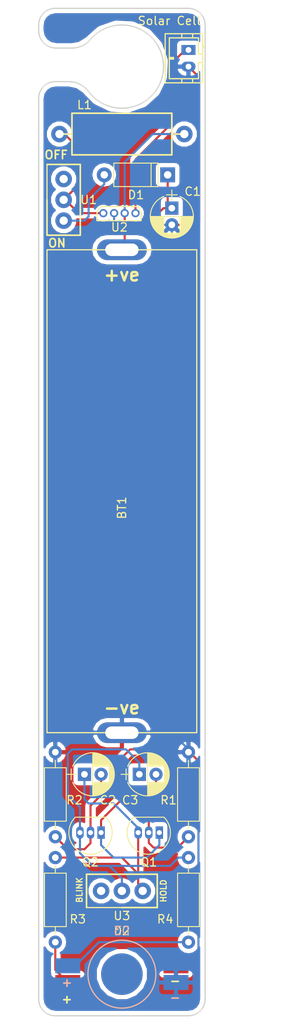
<source format=kicad_pcb>
(kicad_pcb (version 4) (host pcbnew 4.0.6)
  (layers (0 F.Cu signal) (31 B.Cu signal) (34 B.Paste user) (35 F.Paste user) (36 B.SilkS user) (37 F.SilkS user) (38 B.Mask user) (39 F.Mask user) (44 Edge.Cuts user))
  (net 0 "")
  (net 1 "Net-(BT1-Pad1)")
  (net 2 /GND)
  (net 3 /VCC)
  (net 4 "Net-(C2-Pad1)")
  (net 5 "Net-(C2-Pad2)")
  (net 6 "Net-(C3-Pad1)")
  (net 7 "Net-(C3-Pad2)")
  (net 8 "Net-(D1-Pad2)")
  (net 9 "Net-(L1-Pad1)")
  (net 10 "Net-(D2-Pad2)")
  (net 11 "Net-(D3-Pad2)")
  (net 12 "Net-(SC1-Pad1)")
  (module oshw:oshw (layer B.Cu) (at 127 97 180)
    (fp_text reference G*** hide)
    (fp_text value LOGO hide)
  )
  (module AAHolder:BatteryHolder (layer F.Cu) (at 127 93 90)
    (fp_text reference BT1 (at -2 0 90) (layer F.SilkS))
    (fp_text value Battery_Cell)
    (pad 1 thru_hole oval (at 29 0 90) (size 2.5 6) (drill oval 1.5 4) (layers *.Cu *.Mask) (net 1 "Net-(BT1-Pad1)"))
    (pad 2 thru_hole oval (at -29 0 90) (size 2.5 6) (drill oval 1.5 4) (layers *.Cu *.Mask) (net 2 /GND))
  )
  (module Capacitors_THT:CP_Radial_D5.0mm_P2.00mm (layer F.Cu) (at 133 59 270)
    (fp_text reference C1 (at -2 -2.5 360) (layer F.SilkS))
    (fp_text value CP)
    (pad 1 thru_hole rect (at 0 0 270) (size 1.6 1.6) (drill 0.8) (layers *.Cu *.Mask) (net 3 /VCC))
    (pad 2 thru_hole circle (at 2 0 270) (size 1.6 1.6) (drill 0.8) (layers *.Cu *.Mask) (net 2 /GND))
  )
  (module Capacitors_THT:CP_Radial_D5.0mm_P2.00mm (layer F.Cu) (at 122.5 127)
    (fp_text reference C2 (at 2.8 3.1) (layer F.SilkS))
    (fp_text value CP)
    (pad 1 thru_hole rect (at 0 0) (size 1.6 1.6) (drill 0.8) (layers *.Cu *.Mask) (net 4 "Net-(C2-Pad1)"))
    (pad 2 thru_hole circle (at 2 0) (size 1.6 1.6) (drill 0.8) (layers *.Cu *.Mask) (net 5 "Net-(C2-Pad2)"))
  )
  (module Capacitors_THT:CP_Radial_D5.0mm_P2.00mm (layer F.Cu) (at 129.1 127)
    (fp_text reference C3 (at -1.1 3.1) (layer F.SilkS))
    (fp_text value CP)
    (pad 1 thru_hole rect (at 0 0) (size 1.6 1.6) (drill 0.8) (layers *.Cu *.Mask) (net 6 "Net-(C3-Pad1)"))
    (pad 2 thru_hole circle (at 2 0) (size 1.6 1.6) (drill 0.8) (layers *.Cu *.Mask) (net 7 "Net-(C3-Pad2)"))
  )
  (module Diodes_THT:D_A-405_P7.62mm_Horizontal (layer F.Cu) (at 132.5 55 180)
    (fp_text reference D1 (at 3.81 -2.41 180) (layer F.SilkS))
    (fp_text value D)
    (pad 1 thru_hole rect (at 0 0 180) (size 1.8 1.8) (drill 0.9) (layers *.Cu *.Mask) (net 3 /VCC))
    (pad 2 thru_hole oval (at 7.62 0 180) (size 1.8 1.8) (drill 0.9) (layers *.Cu *.Mask) (net 8 "Net-(D1-Pad2)"))
  )
  (module Inductor:Inductor (layer F.Cu) (at 127 50.1)
    (fp_text reference L1 (at -4.5 -3.5) (layer F.SilkS))
    (fp_text value L)
    (pad 2 thru_hole circle (at 7.5 0) (size 2 2) (drill 1) (layers *.Cu *.Mask) (net 1 "Net-(BT1-Pad1)"))
    (pad 1 thru_hole circle (at -7.5 0) (size 2 2) (drill 1) (layers *.Cu *.Mask) (net 9 "Net-(L1-Pad1)"))
  )
  (module TO_SOT_Packages_THT:TO-92_Inline_Narrow_Oval (layer F.Cu) (at 131.5 134 180)
    (fp_text reference Q1 (at 1.27 -3.556 180) (layer F.SilkS))
    (fp_text value Q_PNP_EBC)
    (pad 2 thru_hole oval (at 1.27 0) (size 0.89916 1.50114) (drill 0.6) (layers *.Cu *.Mask) (net 7 "Net-(C3-Pad2)"))
    (pad 3 thru_hole oval (at 2.54 0) (size 0.89916 1.50114) (drill 0.6) (layers *.Cu *.Mask) (net 4 "Net-(C2-Pad1)"))
    (pad 1 thru_hole rect (at 0 0) (size 0.89916 1.50114) (drill 0.6) (layers *.Cu *.Mask) (net 3 /VCC))
  )
  (module TO_SOT_Packages_THT:TO-92_Inline_Narrow_Oval (layer F.Cu) (at 124.5 134 180)
    (fp_text reference Q2 (at 1.27 -3.556 180) (layer F.SilkS))
    (fp_text value Q_PNP_EBC)
    (pad 2 thru_hole oval (at 1.27 0) (size 0.89916 1.50114) (drill 0.6) (layers *.Cu *.Mask) (net 5 "Net-(C2-Pad2)"))
    (pad 3 thru_hole oval (at 2.54 0) (size 0.89916 1.50114) (drill 0.6) (layers *.Cu *.Mask) (net 6 "Net-(C3-Pad1)"))
    (pad 1 thru_hole rect (at 0 0) (size 0.89916 1.50114) (drill 0.6) (layers *.Cu *.Mask) (net 3 /VCC))
  )
  (module Resistors_THT:R_Axial_DIN0207_L6.3mm_D2.5mm_P10.16mm_Horizontal (layer F.Cu) (at 135 134.5 90)
    (fp_text reference R1 (at 4.4 -2.4 180) (layer F.SilkS))
    (fp_text value R)
    (pad 1 thru_hole circle (at 0 0 90) (size 1.6 1.6) (drill 0.8) (layers *.Cu *.Mask) (net 7 "Net-(C3-Pad2)"))
    (pad 2 thru_hole oval (at 10.16 0 90) (size 1.6 1.6) (drill 0.8) (layers *.Cu *.Mask) (net 2 /GND))
  )
  (module Resistors_THT:R_Axial_DIN0207_L6.3mm_D2.5mm_P10.16mm_Horizontal (layer F.Cu) (at 119 134.5 90)
    (fp_text reference R2 (at 4.4 2.3 180) (layer F.SilkS))
    (fp_text value R)
    (pad 1 thru_hole circle (at 0 0 90) (size 1.6 1.6) (drill 0.8) (layers *.Cu *.Mask) (net 5 "Net-(C2-Pad2)"))
    (pad 2 thru_hole oval (at 10.16 0 90) (size 1.6 1.6) (drill 0.8) (layers *.Cu *.Mask) (net 2 /GND))
  )
  (module Switch:Switch (layer F.Cu) (at 120 58 90)
    (fp_text reference U1 (at 0 3 180) (layer F.SilkS))
    (fp_text value switch_on_off)
    (pad 1 thru_hole circle (at -2.5 0 90) (size 2 2) (drill 1) (layers *.Cu *.Mask) (net 8 "Net-(D1-Pad2)"))
    (pad 2 thru_hole circle (at 0 0 90) (size 2 2) (drill 1) (layers *.Cu *.Mask) (net 9 "Net-(L1-Pad1)"))
    (pad 3 thru_hole circle (at 2.5 0 90) (size 2 2) (drill 1) (layers *.Cu *.Mask))
  )
  (module Switch:Switch (layer F.Cu) (at 127 141 180)
    (fp_text reference U3 (at 0 -3 180) (layer F.SilkS))
    (fp_text value switch_on_off)
    (pad 1 thru_hole circle (at -2.5 0 180) (size 2 2) (drill 1) (layers *.Cu *.Mask) (net 4 "Net-(C2-Pad1)"))
    (pad 2 thru_hole circle (at 0 0 180) (size 2 2) (drill 1) (layers *.Cu *.Mask) (net 6 "Net-(C3-Pad1)"))
    (pad 3 thru_hole circle (at 2.5 0 180) (size 2 2) (drill 1) (layers *.Cu *.Mask))
  )
  (module Connectors_JST:JST_PH_B2B-PH-K_02x2.00mm_Straight (layer F.Cu) (at 135 40 270)
    (fp_text reference "Solar Cell" (at -3.5 2.3 360) (layer F.SilkS))
    (fp_text value Solar_Cell)
    (pad 1 thru_hole rect (at 0 0 270) (size 1.2 1.7) (drill 0.7) (layers *.Cu *.Mask) (net 12 "Net-(SC1-Pad1)"))
    (pad 2 thru_hole oval (at 2 0 270) (size 1.2 1.7) (drill 0.7) (layers *.Cu *.Mask) (net 2 /GND))
  )
  (module Resistors_THT:R_Axial_DIN0207_L6.3mm_D2.5mm_P10.16mm_Horizontal (layer F.Cu) (at 119 137 270)
    (fp_text reference R3 (at 7.4 -2.7 360) (layer F.SilkS))
    (fp_text value R)
    (pad 1 thru_hole circle (at 0 0 270) (size 1.6 1.6) (drill 0.8) (layers *.Cu *.Mask) (net 4 "Net-(C2-Pad1)"))
    (pad 2 thru_hole oval (at 10.16 0 270) (size 1.6 1.6) (drill 0.8) (layers *.Cu *.Mask) (net 10 "Net-(D2-Pad2)"))
  )
  (module Resistors_THT:R_Axial_DIN0207_L6.3mm_D2.5mm_P10.16mm_Horizontal (layer F.Cu) (at 135 137 270)
    (fp_text reference R4 (at 7.4 2.8 360) (layer F.SilkS))
    (fp_text value R)
    (pad 1 thru_hole circle (at 0 0 270) (size 1.6 1.6) (drill 0.8) (layers *.Cu *.Mask) (net 6 "Net-(C3-Pad1)"))
    (pad 2 thru_hole oval (at 10.16 0 270) (size 1.6 1.6) (drill 0.8) (layers *.Cu *.Mask) (net 11 "Net-(D3-Pad2)"))
  )
  (module 1W-LED:1W-LED (layer F.Cu) (at 127 151 180)
    (fp_text reference D2 (at 0 5.2 180) (layer F.SilkS))
    (fp_text value LED)
    (pad 1 smd rect (at -6.5 1 180) (size 3 1.8) (layers F.Cu F.Paste F.Mask) (net 2 /GND))
    (pad 2 smd rect (at 6.5 -1 180) (size 3 1.8) (layers F.Cu F.Paste F.Mask) (net 10 "Net-(D2-Pad2)"))
    (pad 3 smd circle (at 0 0 180) (size 5 5) (layers F.Cu F.Paste F.Mask))
  )
  (module 1W-LED:1W-LED (layer B.Cu) (at 127 151 180)
    (fp_text reference D3 (at 0 5.2 180) (layer B.SilkS) (effects (justify mirror)))
    (fp_text value LED)
    (pad 1 smd rect (at -6.5 -1 180) (size 3 1.8) (layers B.Cu B.Paste B.Mask) (net 2 /GND))
    (pad 2 smd rect (at 6.5 1 180) (size 3 1.8) (layers B.Cu B.Paste B.Mask) (net 11 "Net-(D3-Pad2)"))
    (pad 3 smd circle (at 0 0 180) (size 5 5) (layers B.Cu B.Paste B.Mask))
  )
  (module YX8018:YX8018 (layer F.Cu) (at 126.7 59.6 180)
    (fp_text reference U2 (at 0 -1.7 180) (layer F.SilkS))
    (fp_text value qf5252)
    (pad 1 thru_hole circle (at -1.935 0 180) (size 1 1) (drill 0.6) (layers *.Cu *.Mask) (net 12 "Net-(SC1-Pad1)"))
    (pad 2 thru_hole circle (at -0.635 0 180) (size 1 1) (drill 0.6) (layers *.Cu *.Mask) (net 1 "Net-(BT1-Pad1)"))
    (pad 3 thru_hole circle (at 0.635 0 180) (size 1 1) (drill 0.6) (layers *.Cu *.Mask) (net 2 /GND))
    (pad 4 thru_hole circle (at 1.935 0 180) (size 1 1) (drill 0.6) (layers *.Cu *.Mask) (net 9 "Net-(L1-Pad1)"))
  )
  (module hillhacks:hillhacks (layer B.Cu) (at 127 73 180)
    (fp_text reference G*** hide)
    (fp_text value LOGO hide)
  )
  (module sign:sign_MASK (layer B.Cu) (at 125.7 109 180)
    (fp_text reference G*** hide)
    (fp_text value LOGO hide)
  )
  (module jugnu:jugnu_new (layer B.Cu) (at 127 86.4 180)
    (fp_text reference G*** hide)
    (fp_text value LOGO hide)
  )
  (gr_text - (at 133.4 153.8) (layer B.SilkS) (effects (font (size 1 1) (thickness 0.2)) (justify mirror)))
  (gr_text + (at 120.4 152) (layer B.SilkS) (effects (font (size 1 1) (thickness 0.2)) (justify mirror)))
  (gr_text - (at 133.4 151.8) (layer F.SilkS) (effects (font (size 1 1) (thickness 0.2))))
  (gr_text + (at 120.4 154) (layer F.SilkS) (effects (font (size 1 1) (thickness 0.2))))
  (gr_text -ve (at 127 119) (layer F.SilkS) (effects (font (size 1.5 1.5) (thickness 0.3))))
  (gr_text +ve (at 127 67) (layer F.SilkS) (effects (font (size 1.5 1.5) (thickness 0.3))))
  (gr_text HOLD (at 132 141 90) (layer F.SilkS) (effects (font (size 0.7 0.7))))
  (gr_text BLINK (at 121.9 140.9 90) (layer F.SilkS) (effects (font (size 0.7 0.7))))
  (gr_text OFF (at 119.1 52.6) (layer F.SilkS) (effects (font (size 1 1) (thickness 0.2))))
  (gr_text "ON\n" (at 119.2 63.2) (layer F.SilkS) (effects (font (size 1 1) (thickness 0.2))))
  (gr_line (start 137 37) (end 137 37.5) (layer Edge.Cuts) (width 0.15))
  (gr_line (start 117 37.1) (end 117 37.6) (layer Edge.Cuts) (width 0.15))
  (gr_arc (start 127 42) (end 123 39) (angle 286.2602047) (layer Edge.Cuts) (width 0.15))
  (gr_line (start 119.1 39.773214) (end 121 39.773214) (angle 90) (layer Edge.Cuts) (width 0.15))
  (gr_line (start 119 43.8) (end 120.6 43.8) (angle 90) (layer Edge.Cuts) (width 0.15))
  (gr_line (start 117 154) (end 117 45.8) (angle 90) (layer Edge.Cuts) (width 0.15))
  (gr_line (start 135 156) (end 119 156) (angle 90) (layer Edge.Cuts) (width 0.15))
  (gr_line (start 137 154) (end 137 121.5) (angle 90) (layer Edge.Cuts) (width 0.15))
  (gr_line (start 137 37.5) (end 137 46) (angle 90) (layer Edge.Cuts) (width 0.15))
  (gr_line (start 119 35) (end 135 35) (angle 90) (layer Edge.Cuts) (width 0.15))
  (gr_arc (start 121 36.8) (end 123 39) (angle 42.27368901) (layer Edge.Cuts) (width 0.15))
  (gr_arc (start 120.6 46.8) (end 120.6 43.8) (angle 53.13010235) (layer Edge.Cuts) (width 0.15))
  (gr_arc (start 119 45.8) (end 117 45.8) (angle 90) (layer Edge.Cuts) (width 0.15))
  (gr_arc (start 119.1 37.673214) (end 119.1 39.773214) (angle 91.99672639) (layer Edge.Cuts) (width 0.15))
  (gr_arc (start 119 37.002498) (end 117 37.102498) (angle 92.86240523) (layer Edge.Cuts) (width 0.15))
  (gr_arc (start 135 37) (end 135 35) (angle 90) (layer Edge.Cuts) (width 0.15))
  (gr_arc (start 135 154) (end 137 154) (angle 90) (layer Edge.Cuts) (width 0.15))
  (gr_arc (start 119 154) (end 119 156) (angle 90) (layer Edge.Cuts) (width 0.15))
  (gr_line (start 137 121.5) (end 137 46) (angle 90) (layer Edge.Cuts) (width 0.15))
  (segment (start 127.335 59.6) (end 127.335 53.465) (width 0.25) (layer B.Cu) (net 1))
  (segment (start 130.7 50.1) (end 134.5 50.1) (width 0.25) (layer B.Cu) (net 1))
  (segment (start 127.335 53.465) (end 130.7 50.1) (width 0.25) (layer B.Cu) (net 1))
  (segment (start 127.335 59.6) (end 127.335 63.665) (width 0.25) (layer F.Cu) (net 1))
  (segment (start 127.335 63.665) (end 127 64) (width 0.25) (layer F.Cu) (net 1))
  (segment (start 126.065 59.6) (end 126.065 60.565) (width 0.25) (layer B.Cu) (net 2))
  (segment (start 126.5 61) (end 133 61) (width 0.25) (layer B.Cu) (net 2))
  (segment (start 126.065 60.565) (end 126.5 61) (width 0.25) (layer B.Cu) (net 2))
  (segment (start 126.065 59.6) (end 126.065 59.835) (width 0.25) (layer B.Cu) (net 2))
  (segment (start 133 61) (end 135.9 61) (width 0.25) (layer F.Cu) (net 2))
  (segment (start 135.9 61) (end 136.3 60.6) (width 0.25) (layer F.Cu) (net 2))
  (segment (start 136.3 60.6) (end 136.3 43.3) (width 0.25) (layer F.Cu) (net 2))
  (segment (start 136.3 43.3) (end 135 42) (width 0.25) (layer F.Cu) (net 2))
  (segment (start 133.5 150) (end 135.4 150) (width 0.25) (layer F.Cu) (net 2))
  (segment (start 136.2 125.4) (end 135.14 124.34) (width 0.25) (layer F.Cu) (net 2))
  (segment (start 136.2 149.2) (end 136.2 125.4) (width 0.25) (layer F.Cu) (net 2))
  (segment (start 135.4 150) (end 136.2 149.2) (width 0.25) (layer F.Cu) (net 2))
  (segment (start 135.14 124.34) (end 135 124.34) (width 0.25) (layer F.Cu) (net 2))
  (segment (start 135 124.34) (end 135 125.8) (width 0.25) (layer B.Cu) (net 2))
  (segment (start 135.8 152) (end 133.5 152) (width 0.25) (layer B.Cu) (net 2))
  (segment (start 136.2 151.6) (end 135.8 152) (width 0.25) (layer B.Cu) (net 2))
  (segment (start 136.2 127) (end 136.2 151.6) (width 0.25) (layer B.Cu) (net 2))
  (segment (start 135 125.8) (end 136.2 127) (width 0.25) (layer B.Cu) (net 2))
  (segment (start 119 124.34) (end 119 122.6) (width 0.25) (layer B.Cu) (net 2))
  (segment (start 119.6 122) (end 127 122) (width 0.25) (layer B.Cu) (net 2))
  (segment (start 119 122.6) (end 119.6 122) (width 0.25) (layer B.Cu) (net 2))
  (segment (start 133 61) (end 133 120) (width 0.25) (layer B.Cu) (net 2))
  (segment (start 133 120) (end 131 122) (width 0.25) (layer B.Cu) (net 2))
  (segment (start 131 122) (end 127 122) (width 0.25) (layer B.Cu) (net 2))
  (segment (start 127 122) (end 133 122) (width 0.25) (layer B.Cu) (net 2))
  (segment (start 133 122) (end 134.8 123.8) (width 0.25) (layer B.Cu) (net 2))
  (segment (start 134.8 123.8) (end 135 124.34) (width 0.25) (layer B.Cu) (net 2))
  (segment (start 133.5 150) (end 133.5 149.5) (width 0.25) (layer F.Cu) (net 2))
  (segment (start 135 124.4) (end 135 124.34) (width 0.25) (layer F.Cu) (net 2))
  (segment (start 133 66) (end 133 64) (width 0.25) (layer F.Cu) (net 3))
  (segment (start 124.5 132.5) (end 127 130) (width 0.25) (layer F.Cu) (net 3))
  (segment (start 127 130) (end 127 125) (width 0.25) (layer F.Cu) (net 3))
  (segment (start 127 125) (end 128 124) (width 0.25) (layer F.Cu) (net 3))
  (segment (start 128 124) (end 132 124) (width 0.25) (layer F.Cu) (net 3))
  (segment (start 132 124) (end 133 123) (width 0.25) (layer F.Cu) (net 3))
  (segment (start 133 123) (end 133 66) (width 0.25) (layer F.Cu) (net 3))
  (segment (start 124.5 134) (end 124.5 132.5) (width 0.25) (layer F.Cu) (net 3))
  (segment (start 132 59) (end 133 59) (width 0.25) (layer F.Cu) (net 3))
  (segment (start 131 60) (end 132 59) (width 0.25) (layer F.Cu) (net 3))
  (segment (start 131 62) (end 131 60) (width 0.25) (layer F.Cu) (net 3))
  (segment (start 133 64) (end 131 62) (width 0.25) (layer F.Cu) (net 3))
  (segment (start 124.5 134) (end 124.5 135.5) (width 0.25) (layer B.Cu) (net 3))
  (segment (start 131.5 135.5) (end 131.5 134) (width 0.25) (layer B.Cu) (net 3))
  (segment (start 130 137) (end 131.5 135.5) (width 0.25) (layer B.Cu) (net 3))
  (segment (start 126 137) (end 130 137) (width 0.25) (layer B.Cu) (net 3))
  (segment (start 124.5 135.5) (end 126 137) (width 0.25) (layer B.Cu) (net 3))
  (segment (start 132.5 55) (end 132.5 58.5) (width 0.25) (layer F.Cu) (net 3))
  (segment (start 132.5 58.5) (end 133 59) (width 0.25) (layer F.Cu) (net 3))
  (segment (start 119 137) (end 127 137) (width 0.25) (layer F.Cu) (net 4))
  (segment (start 127 137) (end 128.96 138.96) (width 0.25) (layer F.Cu) (net 4))
  (segment (start 129.5 140.5) (end 129.5 141) (width 0.25) (layer F.Cu) (net 4))
  (segment (start 128.96 134) (end 128.96 138.96) (width 0.25) (layer F.Cu) (net 4))
  (segment (start 128.96 138.96) (end 128.96 140.46) (width 0.25) (layer F.Cu) (net 4))
  (segment (start 128.96 140.46) (end 129.5 141) (width 0.25) (layer F.Cu) (net 4))
  (segment (start 128.96 134) (end 128.96 133.46) (width 0.25) (layer B.Cu) (net 4))
  (segment (start 128.96 133.46) (end 126 130.5) (width 0.25) (layer B.Cu) (net 4))
  (segment (start 126 130.5) (end 123 130.5) (width 0.25) (layer B.Cu) (net 4))
  (segment (start 123 130.5) (end 122.5 130) (width 0.25) (layer B.Cu) (net 4))
  (segment (start 122.5 130) (end 122.5 127) (width 0.25) (layer B.Cu) (net 4))
  (segment (start 119 134.5) (end 120.5 136) (width 0.25) (layer F.Cu) (net 5))
  (segment (start 123.23 135.27) (end 123.23 134) (width 0.25) (layer F.Cu) (net 5))
  (segment (start 122.5 136) (end 123.23 135.27) (width 0.25) (layer F.Cu) (net 5))
  (segment (start 120.5 136) (end 122.5 136) (width 0.25) (layer F.Cu) (net 5))
  (segment (start 124.5 127) (end 124.5 129.5) (width 0.25) (layer F.Cu) (net 5))
  (segment (start 123.23 130.77) (end 123.23 134) (width 0.25) (layer F.Cu) (net 5))
  (segment (start 124.5 129.5) (end 123.23 130.77) (width 0.25) (layer F.Cu) (net 5))
  (segment (start 135 137) (end 133.8 137) (width 0.25) (layer B.Cu) (net 6))
  (segment (start 132.8 138) (end 125.5 138) (width 0.25) (layer B.Cu) (net 6))
  (segment (start 133.8 137) (end 132.8 138) (width 0.25) (layer B.Cu) (net 6))
  (segment (start 121.96 134) (end 121.96 136.46) (width 0.25) (layer B.Cu) (net 6))
  (segment (start 127 139.5) (end 127 141) (width 0.25) (layer B.Cu) (net 6))
  (segment (start 125.5 138) (end 127 139.5) (width 0.25) (layer B.Cu) (net 6))
  (segment (start 123.5 138) (end 125.5 138) (width 0.25) (layer B.Cu) (net 6))
  (segment (start 121.96 136.46) (end 123.5 138) (width 0.25) (layer B.Cu) (net 6))
  (segment (start 121.96 134) (end 121.96 130.96) (width 0.25) (layer B.Cu) (net 6))
  (segment (start 129.1 125.6) (end 129.1 127) (width 0.25) (layer B.Cu) (net 6))
  (segment (start 127.5 124) (end 129.1 125.6) (width 0.25) (layer B.Cu) (net 6))
  (segment (start 121 124) (end 127.5 124) (width 0.25) (layer B.Cu) (net 6))
  (segment (start 120.5 124.5) (end 121 124) (width 0.25) (layer B.Cu) (net 6))
  (segment (start 120.5 129.5) (end 120.5 124.5) (width 0.25) (layer B.Cu) (net 6))
  (segment (start 121.96 130.96) (end 120.5 129.5) (width 0.25) (layer B.Cu) (net 6))
  (segment (start 130.23 134) (end 130.23 135.23) (width 0.25) (layer F.Cu) (net 7))
  (segment (start 133.7 135.8) (end 135 134.5) (width 0.25) (layer F.Cu) (net 7))
  (segment (start 130.8 135.8) (end 133.7 135.8) (width 0.25) (layer F.Cu) (net 7))
  (segment (start 130.23 135.23) (end 130.8 135.8) (width 0.25) (layer F.Cu) (net 7))
  (segment (start 131.1 127) (end 131.1 130.4) (width 0.25) (layer F.Cu) (net 7))
  (segment (start 130.23 131.27) (end 130.23 134) (width 0.25) (layer F.Cu) (net 7))
  (segment (start 131.1 130.4) (end 130.23 131.27) (width 0.25) (layer F.Cu) (net 7))
  (segment (start 124.88 55) (end 124.88 56.12) (width 0.25) (layer B.Cu) (net 8))
  (segment (start 122.5 60.5) (end 120 60.5) (width 0.25) (layer B.Cu) (net 8))
  (segment (start 123 60) (end 122.5 60.5) (width 0.25) (layer B.Cu) (net 8))
  (segment (start 123 58) (end 123 60) (width 0.25) (layer B.Cu) (net 8))
  (segment (start 124.88 56.12) (end 123 58) (width 0.25) (layer B.Cu) (net 8))
  (segment (start 119.5 50.1) (end 120.1 50.1) (width 0.25) (layer F.Cu) (net 9))
  (segment (start 120.1 50.1) (end 121.7 51.7) (width 0.25) (layer F.Cu) (net 9))
  (segment (start 121.7 56.3) (end 120 58) (width 0.25) (layer F.Cu) (net 9))
  (segment (start 121.7 51.7) (end 121.7 56.3) (width 0.25) (layer F.Cu) (net 9))
  (segment (start 119.5 50.1) (end 118.9 50.1) (width 0.25) (layer F.Cu) (net 9))
  (segment (start 120 58) (end 120.2 58) (width 0.25) (layer F.Cu) (net 9))
  (segment (start 120.2 58) (end 121.8 59.6) (width 0.25) (layer F.Cu) (net 9))
  (segment (start 121.8 59.6) (end 124.765 59.6) (width 0.25) (layer F.Cu) (net 9))
  (segment (start 119.5 50.1) (end 119.5 51) (width 0.25) (layer F.Cu) (net 9))
  (segment (start 124.765 59.465) (end 124.765 59.6) (width 0.25) (layer F.Cu) (net 9))
  (segment (start 119 147.16) (end 119 150.5) (width 0.25) (layer F.Cu) (net 10))
  (segment (start 119 150.5) (end 120.5 152) (width 0.25) (layer F.Cu) (net 10))
  (segment (start 120.5 150) (end 121.4 150) (width 0.25) (layer B.Cu) (net 11))
  (segment (start 121.4 150) (end 124.24 147.16) (width 0.25) (layer B.Cu) (net 11))
  (segment (start 124.24 147.16) (end 135 147.16) (width 0.25) (layer B.Cu) (net 11))
  (segment (start 120.5 149.6) (end 120.5 150) (width 0.25) (layer B.Cu) (net 11))
  (segment (start 135 40) (end 134.6 40) (width 0.25) (layer F.Cu) (net 12))
  (segment (start 134.6 40) (end 133.6 41) (width 0.25) (layer F.Cu) (net 12))
  (segment (start 133.6 41) (end 133.6 48.2) (width 0.25) (layer F.Cu) (net 12))
  (segment (start 133.6 48.2) (end 128.635 53.165) (width 0.25) (layer F.Cu) (net 12))
  (segment (start 128.635 53.165) (end 128.635 59.6) (width 0.25) (layer F.Cu) (net 12))
  (zone (net 2) (net_name /GND) (layer F.Cu) (connect_pads (clearance 0.508)) (min_thickness 0.254) (fill yes (arc_segments 16) (thermal_gap 0.508) (thermal_bridge_width 0.508))
    (polygon (pts (xy 138 157) (xy 116 157) (xy 116 34) (xy 138 34)))
  )
  (zone (net 2) (net_name /GND) (layer B.Cu) (connect_pads (clearance 0.508)) (min_thickness 0.254) (fill yes (arc_segments 16) (thermal_gap 0.508) (thermal_bridge_width 0.508))
    (polygon (pts (xy 138 157) (xy 116 157) (xy 116 34) (xy 138 34)))
  )
)
</source>
